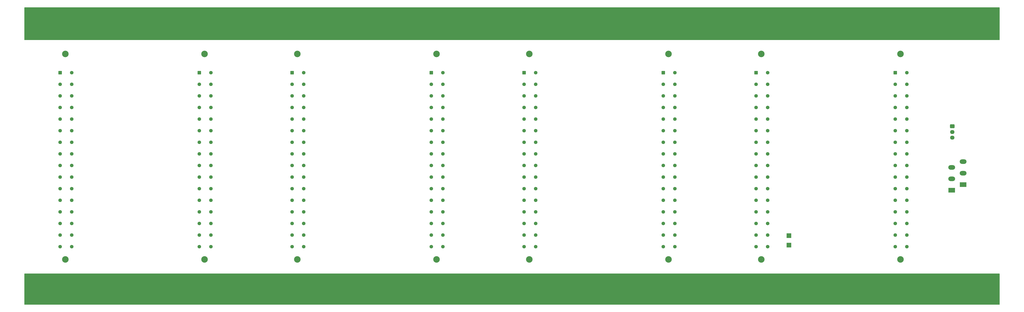
<source format=gbr>
G04 #@! TF.GenerationSoftware,KiCad,Pcbnew,(6.0.5)*
G04 #@! TF.CreationDate,2022-08-23T23:34:12+02:00*
G04 #@! TF.ProjectId,backplane,6261636b-706c-4616-9e65-2e6b69636164,rev?*
G04 #@! TF.SameCoordinates,Original*
G04 #@! TF.FileFunction,Soldermask,Top*
G04 #@! TF.FilePolarity,Negative*
%FSLAX46Y46*%
G04 Gerber Fmt 4.6, Leading zero omitted, Abs format (unit mm)*
G04 Created by KiCad (PCBNEW (6.0.5)) date 2022-08-23 23:34:12*
%MOMM*%
%LPD*%
G01*
G04 APERTURE LIST*
G04 Aperture macros list*
%AMRoundRect*
0 Rectangle with rounded corners*
0 $1 Rounding radius*
0 $2 $3 $4 $5 $6 $7 $8 $9 X,Y pos of 4 corners*
0 Add a 4 corners polygon primitive as box body*
4,1,4,$2,$3,$4,$5,$6,$7,$8,$9,$2,$3,0*
0 Add four circle primitives for the rounded corners*
1,1,$1+$1,$2,$3*
1,1,$1+$1,$4,$5*
1,1,$1+$1,$6,$7*
1,1,$1+$1,$8,$9*
0 Add four rect primitives between the rounded corners*
20,1,$1+$1,$2,$3,$4,$5,0*
20,1,$1+$1,$4,$5,$6,$7,0*
20,1,$1+$1,$6,$7,$8,$9,0*
20,1,$1+$1,$8,$9,$2,$3,0*%
G04 Aperture macros list end*
%ADD10C,0.150000*%
%ADD11C,2.850000*%
%ADD12RoundRect,0.249999X-0.525001X-0.525001X0.525001X-0.525001X0.525001X0.525001X-0.525001X0.525001X0*%
%ADD13C,1.550000*%
%ADD14C,5.000000*%
%ADD15RoundRect,0.250000X-0.725000X0.600000X-0.725000X-0.600000X0.725000X-0.600000X0.725000X0.600000X0*%
%ADD16O,1.950000X1.700000*%
%ADD17R,3.000000X2.000000*%
%ADD18O,3.000000X2.000000*%
%ADD19RoundRect,0.250001X0.799999X0.799999X-0.799999X0.799999X-0.799999X-0.799999X0.799999X-0.799999X0*%
G04 APERTURE END LIST*
D10*
X426230000Y-115600000D02*
X-770000Y-115600000D01*
X-770000Y-115600000D02*
X-770000Y-129000000D01*
X-770000Y-129000000D02*
X426230000Y-129000000D01*
X426230000Y-129000000D02*
X426230000Y-115600000D01*
G36*
X426230000Y-115600000D02*
G01*
X-770000Y-115600000D01*
X-770000Y-129000000D01*
X426230000Y-129000000D01*
X426230000Y-115600000D01*
G37*
X426230000Y1000000D02*
X-770000Y1000000D01*
X-770000Y1000000D02*
X-770000Y-13100000D01*
X-770000Y-13100000D02*
X426230000Y-13100000D01*
X426230000Y-13100000D02*
X426230000Y1000000D01*
G36*
X426230000Y1000000D02*
G01*
X-770000Y1000000D01*
X-770000Y-13100000D01*
X426230000Y-13100000D01*
X426230000Y1000000D01*
G37*
D11*
G04 #@! TO.C,J106*
X281230000Y-19300000D03*
X281230000Y-109300000D03*
D12*
X278990000Y-27470000D03*
D13*
X278990000Y-32550000D03*
X278990000Y-37630000D03*
X278990000Y-42710000D03*
X278990000Y-47790000D03*
X278990000Y-52870000D03*
X278990000Y-57950000D03*
X278990000Y-63030000D03*
X278990000Y-68110000D03*
X278990000Y-73190000D03*
X278990000Y-78270000D03*
X278990000Y-83350000D03*
X278990000Y-88430000D03*
X278990000Y-93510000D03*
X278990000Y-98590000D03*
X278990000Y-103670000D03*
X284070000Y-27470000D03*
X284070000Y-32550000D03*
X284070000Y-37630000D03*
X284070000Y-42710000D03*
X284070000Y-47790000D03*
X284070000Y-52870000D03*
X284070000Y-57950000D03*
X284070000Y-63030000D03*
X284070000Y-68110000D03*
X284070000Y-73190000D03*
X284070000Y-78270000D03*
X284070000Y-83350000D03*
X284070000Y-88430000D03*
X284070000Y-93510000D03*
X284070000Y-98590000D03*
X284070000Y-103670000D03*
G04 #@! TD*
D14*
G04 #@! TO.C,H104*
X418390000Y-125600000D03*
G04 #@! TD*
D11*
G04 #@! TO.C,J104*
X179630000Y-19300000D03*
X179630000Y-109300000D03*
D12*
X177390000Y-27470000D03*
D13*
X177390000Y-32550000D03*
X177390000Y-37630000D03*
X177390000Y-42710000D03*
X177390000Y-47790000D03*
X177390000Y-52870000D03*
X177390000Y-57950000D03*
X177390000Y-63030000D03*
X177390000Y-68110000D03*
X177390000Y-73190000D03*
X177390000Y-78270000D03*
X177390000Y-83350000D03*
X177390000Y-88430000D03*
X177390000Y-93510000D03*
X177390000Y-98590000D03*
X177390000Y-103670000D03*
X182470000Y-27470000D03*
X182470000Y-32550000D03*
X182470000Y-37630000D03*
X182470000Y-42710000D03*
X182470000Y-47790000D03*
X182470000Y-52870000D03*
X182470000Y-57950000D03*
X182470000Y-63030000D03*
X182470000Y-68110000D03*
X182470000Y-73190000D03*
X182470000Y-78270000D03*
X182470000Y-83350000D03*
X182470000Y-88430000D03*
X182470000Y-93510000D03*
X182470000Y-98590000D03*
X182470000Y-103670000D03*
G04 #@! TD*
D14*
G04 #@! TO.C,H107*
X144070000Y-125600000D03*
G04 #@! TD*
D11*
G04 #@! TO.C,J108*
X382830000Y-19300000D03*
X382830000Y-109300000D03*
D12*
X380590000Y-27470000D03*
D13*
X380590000Y-32550000D03*
X380590000Y-37630000D03*
X380590000Y-42710000D03*
X380590000Y-47790000D03*
X380590000Y-52870000D03*
X380590000Y-57950000D03*
X380590000Y-63030000D03*
X380590000Y-68110000D03*
X380590000Y-73190000D03*
X380590000Y-78270000D03*
X380590000Y-83350000D03*
X380590000Y-88430000D03*
X380590000Y-93510000D03*
X380590000Y-98590000D03*
X380590000Y-103670000D03*
X385670000Y-27470000D03*
X385670000Y-32550000D03*
X385670000Y-37630000D03*
X385670000Y-42710000D03*
X385670000Y-47790000D03*
X385670000Y-52870000D03*
X385670000Y-57950000D03*
X385670000Y-63030000D03*
X385670000Y-68110000D03*
X385670000Y-73190000D03*
X385670000Y-78270000D03*
X385670000Y-83350000D03*
X385670000Y-88430000D03*
X385670000Y-93510000D03*
X385670000Y-98590000D03*
X385670000Y-103670000D03*
G04 #@! TD*
D14*
G04 #@! TO.C,H106*
X6910000Y-125600000D03*
G04 #@! TD*
D11*
G04 #@! TO.C,J103*
X118670000Y-109300000D03*
X118670000Y-19300000D03*
D12*
X116430000Y-27470000D03*
D13*
X116430000Y-32550000D03*
X116430000Y-37630000D03*
X116430000Y-42710000D03*
X116430000Y-47790000D03*
X116430000Y-52870000D03*
X116430000Y-57950000D03*
X116430000Y-63030000D03*
X116430000Y-68110000D03*
X116430000Y-73190000D03*
X116430000Y-78270000D03*
X116430000Y-83350000D03*
X116430000Y-88430000D03*
X116430000Y-93510000D03*
X116430000Y-98590000D03*
X116430000Y-103670000D03*
X121510000Y-27470000D03*
X121510000Y-32550000D03*
X121510000Y-37630000D03*
X121510000Y-42710000D03*
X121510000Y-47790000D03*
X121510000Y-52870000D03*
X121510000Y-57950000D03*
X121510000Y-63030000D03*
X121510000Y-68110000D03*
X121510000Y-73190000D03*
X121510000Y-78270000D03*
X121510000Y-83350000D03*
X121510000Y-88430000D03*
X121510000Y-93510000D03*
X121510000Y-98590000D03*
X121510000Y-103670000D03*
G04 #@! TD*
D11*
G04 #@! TO.C,J105*
X220270000Y-109300000D03*
X220270000Y-19300000D03*
D12*
X218030000Y-27470000D03*
D13*
X218030000Y-32550000D03*
X218030000Y-37630000D03*
X218030000Y-42710000D03*
X218030000Y-47790000D03*
X218030000Y-52870000D03*
X218030000Y-57950000D03*
X218030000Y-63030000D03*
X218030000Y-68110000D03*
X218030000Y-73190000D03*
X218030000Y-78270000D03*
X218030000Y-83350000D03*
X218030000Y-88430000D03*
X218030000Y-93510000D03*
X218030000Y-98590000D03*
X218030000Y-103670000D03*
X223110000Y-27470000D03*
X223110000Y-32550000D03*
X223110000Y-37630000D03*
X223110000Y-42710000D03*
X223110000Y-47790000D03*
X223110000Y-52870000D03*
X223110000Y-57950000D03*
X223110000Y-63030000D03*
X223110000Y-68110000D03*
X223110000Y-73190000D03*
X223110000Y-78270000D03*
X223110000Y-83350000D03*
X223110000Y-88430000D03*
X223110000Y-93510000D03*
X223110000Y-98590000D03*
X223110000Y-103670000D03*
G04 #@! TD*
D14*
G04 #@! TO.C,H103*
X281230000Y-3100000D03*
G04 #@! TD*
D11*
G04 #@! TO.C,J101*
X17070000Y-19300000D03*
X17070000Y-109300000D03*
D12*
X14830000Y-27470000D03*
D13*
X14830000Y-32550000D03*
X14830000Y-37630000D03*
X14830000Y-42710000D03*
X14830000Y-47790000D03*
X14830000Y-52870000D03*
X14830000Y-57950000D03*
X14830000Y-63030000D03*
X14830000Y-68110000D03*
X14830000Y-73190000D03*
X14830000Y-78270000D03*
X14830000Y-83350000D03*
X14830000Y-88430000D03*
X14830000Y-93510000D03*
X14830000Y-98590000D03*
X14830000Y-103670000D03*
X19910000Y-27470000D03*
X19910000Y-32550000D03*
X19910000Y-37630000D03*
X19910000Y-42710000D03*
X19910000Y-47790000D03*
X19910000Y-52870000D03*
X19910000Y-57950000D03*
X19910000Y-63030000D03*
X19910000Y-68110000D03*
X19910000Y-73190000D03*
X19910000Y-78270000D03*
X19910000Y-83350000D03*
X19910000Y-88430000D03*
X19910000Y-93510000D03*
X19910000Y-98590000D03*
X19910000Y-103670000D03*
G04 #@! TD*
D14*
G04 #@! TO.C,H102*
X6910000Y-3100000D03*
G04 #@! TD*
G04 #@! TO.C,H101*
X144070000Y-3100000D03*
G04 #@! TD*
G04 #@! TO.C,H105*
X281230000Y-125600000D03*
G04 #@! TD*
G04 #@! TO.C,H108*
X418390000Y-3100000D03*
G04 #@! TD*
D11*
G04 #@! TO.C,J107*
X321870000Y-19300000D03*
X321870000Y-109300000D03*
D12*
X319630000Y-27470000D03*
D13*
X319630000Y-32550000D03*
X319630000Y-37630000D03*
X319630000Y-42710000D03*
X319630000Y-47790000D03*
X319630000Y-52870000D03*
X319630000Y-57950000D03*
X319630000Y-63030000D03*
X319630000Y-68110000D03*
X319630000Y-73190000D03*
X319630000Y-78270000D03*
X319630000Y-83350000D03*
X319630000Y-88430000D03*
X319630000Y-93510000D03*
X319630000Y-98590000D03*
X319630000Y-103670000D03*
X324710000Y-27470000D03*
X324710000Y-32550000D03*
X324710000Y-37630000D03*
X324710000Y-42710000D03*
X324710000Y-47790000D03*
X324710000Y-52870000D03*
X324710000Y-57950000D03*
X324710000Y-63030000D03*
X324710000Y-68110000D03*
X324710000Y-73190000D03*
X324710000Y-78270000D03*
X324710000Y-83350000D03*
X324710000Y-88430000D03*
X324710000Y-93510000D03*
X324710000Y-98590000D03*
X324710000Y-103670000D03*
G04 #@! TD*
D11*
G04 #@! TO.C,J102*
X78030000Y-109300000D03*
X78030000Y-19300000D03*
D12*
X75790000Y-27470000D03*
D13*
X75790000Y-32550000D03*
X75790000Y-37630000D03*
X75790000Y-42710000D03*
X75790000Y-47790000D03*
X75790000Y-52870000D03*
X75790000Y-57950000D03*
X75790000Y-63030000D03*
X75790000Y-68110000D03*
X75790000Y-73190000D03*
X75790000Y-78270000D03*
X75790000Y-83350000D03*
X75790000Y-88430000D03*
X75790000Y-93510000D03*
X75790000Y-98590000D03*
X75790000Y-103670000D03*
X80870000Y-27470000D03*
X80870000Y-32550000D03*
X80870000Y-37630000D03*
X80870000Y-42710000D03*
X80870000Y-47790000D03*
X80870000Y-52870000D03*
X80870000Y-57950000D03*
X80870000Y-63030000D03*
X80870000Y-68110000D03*
X80870000Y-73190000D03*
X80870000Y-78270000D03*
X80870000Y-83350000D03*
X80870000Y-88430000D03*
X80870000Y-93510000D03*
X80870000Y-98590000D03*
X80870000Y-103670000D03*
G04 #@! TD*
D15*
G04 #@! TO.C,J110*
X405550000Y-51000000D03*
D16*
X405550000Y-53500000D03*
X405550000Y-56000000D03*
G04 #@! TD*
D17*
G04 #@! TO.C,J109*
X405300000Y-79000000D03*
X410300000Y-76500000D03*
D18*
X410300000Y-71500000D03*
X405300000Y-74000000D03*
X405300000Y-69000000D03*
X410300000Y-66500000D03*
G04 #@! TD*
D19*
G04 #@! TO.C,J112*
X334000000Y-98850000D03*
G04 #@! TD*
G04 #@! TO.C,J111*
X334000000Y-103000000D03*
G04 #@! TD*
M02*

</source>
